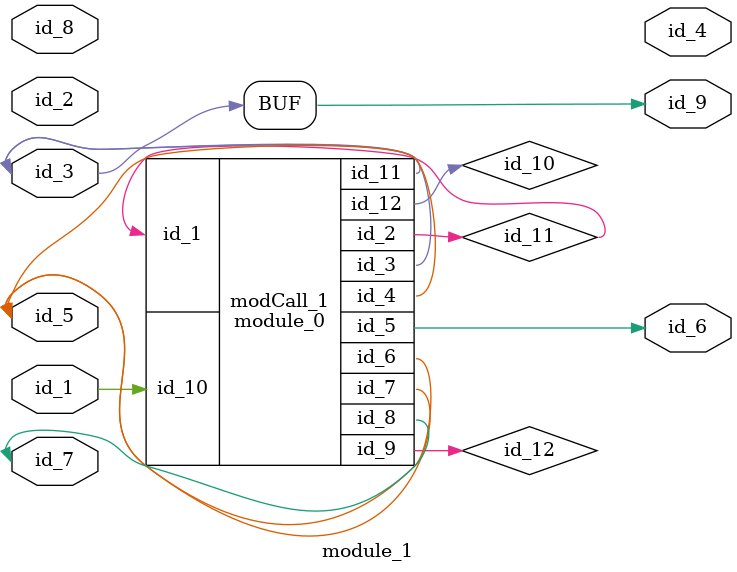
<source format=v>
module module_0 (
    id_1,
    id_2,
    id_3,
    id_4,
    id_5,
    id_6,
    id_7,
    id_8,
    id_9,
    id_10,
    id_11,
    id_12
);
  inout wire id_12;
  output wire id_11;
  input wire id_10;
  inout wire id_9;
  inout wire id_8;
  inout wire id_7;
  output wire id_6;
  output wire id_5;
  output wire id_4;
  output wire id_3;
  inout wire id_2;
  input wire id_1;
  wire id_13;
endmodule
module module_1 (
    id_1,
    id_2,
    id_3,
    id_4,
    id_5,
    id_6,
    id_7,
    id_8,
    id_9
);
  output wire id_9;
  input wire id_8;
  inout wire id_7;
  output wire id_6;
  inout wire id_5;
  output wire id_4;
  inout wire id_3;
  input wire id_2;
  input wire id_1;
  wire id_10;
  wire id_11, id_12;
  assign id_9 = id_3;
  module_0 modCall_1 (
      id_11,
      id_11,
      id_9,
      id_5,
      id_6,
      id_5,
      id_5,
      id_7,
      id_12,
      id_1,
      id_9,
      id_10
  );
endmodule

</source>
